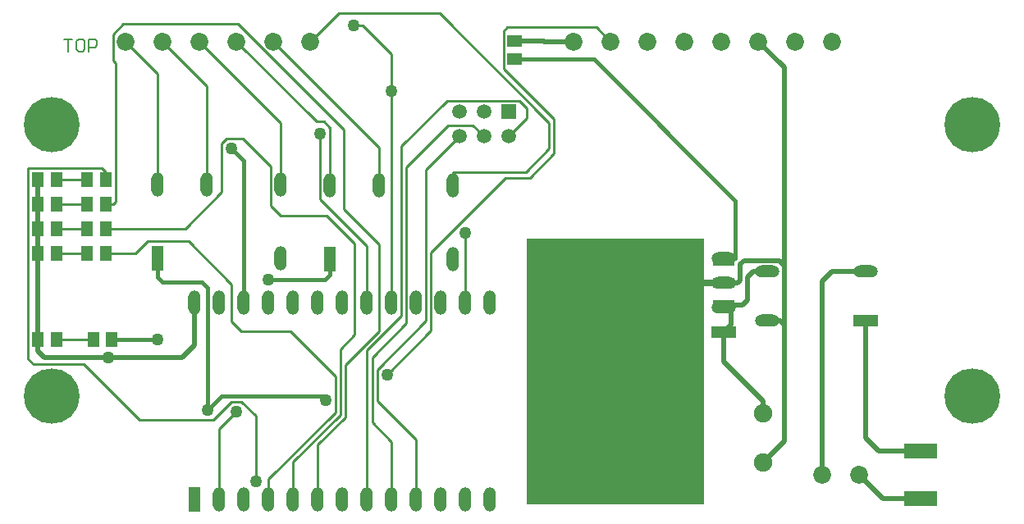
<source format=gtl>
G04 Layer_Physical_Order=1*
G04 Layer_Color=255*
%FSLAX25Y25*%
%MOIN*%
G70*
G01*
G75*
%ADD10R,0.29921X0.22441*%
%ADD11R,0.08661X0.03937*%
%ADD12R,0.05118X0.05906*%
%ADD13R,0.13300X0.05900*%
%ADD14R,0.05906X0.05118*%
%ADD15R,0.10000X0.05000*%
%ADD16O,0.10000X0.05000*%
%ADD17C,0.02500*%
%ADD18C,0.02000*%
%ADD19C,0.01500*%
%ADD20C,0.01000*%
%ADD21C,0.00800*%
%ADD22R,0.72000X1.08000*%
%ADD23C,0.07284*%
%ADD24R,0.05000X0.10000*%
%ADD25O,0.05000X0.10000*%
%ADD26C,0.07500*%
%ADD27R,0.05906X0.05906*%
%ADD28C,0.05906*%
%ADD29C,0.06000*%
%ADD30C,0.05000*%
%ADD31C,0.22500*%
D10*
X249552Y45895D02*
D03*
D11*
X272763Y55051D02*
D03*
Y45995D02*
D03*
Y36940D02*
D03*
D12*
X1692Y87995D02*
D03*
X-5788D02*
D03*
Y22995D02*
D03*
X1692D02*
D03*
X-5788Y57995D02*
D03*
X1692D02*
D03*
X-5788Y67995D02*
D03*
X1692D02*
D03*
X-5788Y77995D02*
D03*
X1692D02*
D03*
X21692Y87995D02*
D03*
X14212D02*
D03*
X21692Y77995D02*
D03*
X14212D02*
D03*
X21692Y67995D02*
D03*
X14212D02*
D03*
X21692Y57995D02*
D03*
X14212D02*
D03*
X24192Y22995D02*
D03*
X16712D02*
D03*
D13*
X352952Y-41605D02*
D03*
Y-22405D02*
D03*
D14*
X187952Y144236D02*
D03*
Y136755D02*
D03*
D15*
X330452Y30495D02*
D03*
X272952Y25995D02*
D03*
D16*
X330452Y50495D02*
D03*
X290452Y30495D02*
D03*
Y50495D02*
D03*
X272952Y35995D02*
D03*
Y45995D02*
D03*
Y55995D02*
D03*
D17*
X254952Y45995D02*
X272952D01*
D18*
X232952Y46094D02*
X251307D01*
X-3048Y15595D02*
X52952D01*
X56457Y36500D02*
X57952Y37995D01*
X275952Y28995D02*
Y35995D01*
X272763Y36940D02*
X280597D01*
X288952Y-7005D02*
Y-1952D01*
X272952Y14048D02*
X288952Y-1952D01*
X272952Y14048D02*
Y25995D01*
X297452Y52995D02*
Y133495D01*
Y28995D02*
Y52995D01*
Y-18505D02*
Y28995D01*
X198751Y46094D02*
X232952D01*
X57952Y20595D02*
Y37995D01*
X52952Y15595D02*
X57952Y20595D01*
X-5788Y18336D02*
X-3048Y15595D01*
X-5788Y18336D02*
Y22995D01*
Y57995D01*
Y67995D01*
Y77995D01*
Y87995D01*
X272952Y45995D02*
X278652D01*
X279652Y46995D01*
Y53495D01*
X281152Y54995D01*
X295452D01*
X297452Y52995D01*
X286952Y143995D02*
X297452Y133495D01*
X290452Y30495D02*
X295952D01*
X297452Y28995D01*
X288952Y-27005D02*
X297452Y-18505D01*
X228952Y42094D02*
X232952Y46094D01*
X228952Y27995D02*
Y42094D01*
X280597Y36940D02*
X282652Y38995D01*
Y48195D01*
X284952Y50495D01*
X290452D01*
X272952Y35995D02*
X275952D01*
X272952Y25995D02*
X275952Y28995D01*
X330452Y-17005D02*
Y30495D01*
Y-17005D02*
X335852Y-22405D01*
X352952D01*
X312952Y-32005D02*
Y46495D01*
X316952Y50495D01*
X330452D01*
X327952Y-32005D02*
X337552Y-41605D01*
X352952D01*
X187952Y144236D02*
X199752D01*
X199992Y143995D01*
X211952D01*
D19*
X277652Y55995D02*
Y79395D01*
X109402Y-155D02*
X111052Y-1805D01*
X68902Y-155D02*
X109402D01*
X63252Y-5805D02*
X68902Y-155D01*
X63252Y-5805D02*
Y43895D01*
X24192Y22995D02*
X42752D01*
X77952Y37995D02*
Y95595D01*
X72952Y100595D02*
X77952Y95595D01*
X44952Y46195D02*
X60952D01*
X42952Y48195D02*
X44952Y46195D01*
X42952Y48195D02*
Y55995D01*
X60952Y46195D02*
X63252Y43895D01*
X112952Y49095D02*
Y55495D01*
X110952Y47095D02*
X112952Y49095D01*
X87752Y47095D02*
X110952D01*
X272952Y55240D02*
Y55995D01*
X272763Y55051D02*
X272952Y55240D01*
Y55995D02*
X277652D01*
X220292Y136755D02*
X277652Y79395D01*
X187952Y136755D02*
X220292D01*
D20*
X112952Y85495D02*
Y109048D01*
X110500Y111500D02*
X112952Y109048D01*
X107448Y111500D02*
X110500D01*
X74952Y143995D02*
X107448Y111500D01*
X203952Y98452D02*
Y112495D01*
X194195Y88695D02*
X203952Y98452D01*
X184252Y88695D02*
X194195D01*
X122500Y150500D02*
X126248D01*
X137952Y138795D01*
X116452Y155495D02*
X157452D01*
X104952Y143995D02*
X116452Y155495D01*
X157452D02*
X201952Y110995D01*
X162952Y90995D02*
X192452D01*
X137952Y123795D02*
Y138795D01*
Y37995D02*
Y123795D01*
X21692Y87995D02*
Y90995D01*
X20192Y92495D02*
X21692Y90995D01*
X-9848Y92495D02*
X20192D01*
X-9848Y14995D02*
Y92495D01*
Y14995D02*
X-7648Y12795D01*
X12752D01*
X35352Y-9805D01*
X65552D01*
X72952Y-2405D01*
X76952D01*
X82752Y-8205D01*
Y-34605D02*
Y-8205D01*
X272763Y36184D02*
Y36940D01*
Y36184D02*
X272952Y35995D01*
X136052Y8695D02*
X153952Y26595D01*
Y58395D01*
X184252Y88695D01*
X183452Y132995D02*
X203952Y112495D01*
X183452Y132995D02*
Y148295D01*
X184952Y149795D01*
X221152D01*
X226952Y143995D01*
X1692Y87995D02*
X14212D01*
X1692Y77995D02*
X14212D01*
X1692Y67995D02*
X14212D01*
X1692Y57995D02*
X14212D01*
X1692Y22995D02*
X16712D01*
X201952Y100495D02*
Y110995D01*
X192452Y90995D02*
X201952Y100495D01*
X162952Y85495D02*
Y90995D01*
X89952Y143995D02*
X132952Y100995D01*
Y85495D02*
Y100995D01*
X59952Y143995D02*
X92952Y110995D01*
Y85995D02*
Y110995D01*
X44952Y143995D02*
X62952Y125995D01*
Y85995D02*
Y125995D01*
X29952Y143995D02*
X42952Y130995D01*
Y85995D02*
Y130995D01*
X127952Y-42005D02*
Y18495D01*
X141952Y32495D01*
Y101595D01*
X160352Y119995D01*
X189952D01*
X192952Y116995D01*
Y112995D02*
Y116995D01*
X185452Y105495D02*
X192952Y112995D01*
X137952Y-42005D02*
Y-18705D01*
X130052Y-10805D02*
X137952Y-18705D01*
X130052Y-10805D02*
Y15595D01*
X143952Y29495D01*
Y92995D01*
X160952Y109995D01*
X170952D01*
X175452Y105495D01*
X147952Y-42005D02*
Y-17905D01*
X132052Y-2005D02*
X147952Y-17905D01*
X132052Y-2005D02*
Y10595D01*
X151952Y30495D01*
Y91995D01*
X165452Y105495D01*
X167952Y37995D02*
Y66195D01*
X127952Y37995D02*
Y60895D01*
X108952Y79895D02*
X127952Y60895D01*
X108952Y79895D02*
Y106495D01*
X21692Y77995D02*
X24752D01*
X25752Y78995D01*
Y135395D01*
X24752Y136395D02*
X25752Y135395D01*
X24752Y136395D02*
Y146995D01*
X28852Y151095D01*
X75452D01*
X118452Y108095D01*
Y75969D02*
Y108095D01*
Y75969D02*
X132752Y61669D01*
Y26195D02*
Y61669D01*
X119052Y12495D02*
X132752Y26195D01*
X119052Y-8705D02*
Y12495D01*
X107952Y-19805D02*
X119052Y-8705D01*
X107952Y-42005D02*
Y-19805D01*
X21692Y67995D02*
X54052D01*
X68952Y82895D01*
Y102695D01*
X70952Y104695D01*
X77352D01*
X88952Y93095D01*
Y77345D02*
Y93095D01*
Y77345D02*
X92952Y73345D01*
X111402D01*
X122952Y61795D01*
Y24895D02*
Y61795D01*
X117052Y18995D02*
X122952Y24895D01*
X117052Y-7805D02*
Y18995D01*
X97952Y-26905D02*
X117052Y-7805D01*
X97952Y-42005D02*
Y-26905D01*
X21692Y57995D02*
X33952D01*
X38952Y62995D01*
X55352D01*
X72952Y45395D01*
Y30195D02*
Y45395D01*
Y30195D02*
X76952Y26195D01*
X96852D01*
X115052Y7995D01*
Y-6805D02*
Y7995D01*
X87952Y-33905D02*
X115052Y-6805D01*
X87952Y-42005D02*
Y-33905D01*
X67952Y-42005D02*
Y-13305D01*
X74852Y-6405D01*
D21*
X4952Y144994D02*
X8285D01*
X6618D01*
Y139995D01*
X12450Y144994D02*
X10784D01*
X9951Y144161D01*
Y140829D01*
X10784Y139995D01*
X12450D01*
X13283Y140829D01*
Y144161D01*
X12450Y144994D01*
X14949Y139995D02*
Y144994D01*
X17448D01*
X18281Y144161D01*
Y142495D01*
X17448Y141662D01*
X14949D01*
D22*
X228952Y9995D02*
D03*
D23*
X241952Y143995D02*
D03*
X226952D02*
D03*
X211952D02*
D03*
X301952D02*
D03*
X286952D02*
D03*
X271952D02*
D03*
X256952D02*
D03*
X316952D02*
D03*
X312952Y-32005D02*
D03*
X327952D02*
D03*
X104952Y143995D02*
D03*
X44952D02*
D03*
X59952D02*
D03*
X74952D02*
D03*
X89952D02*
D03*
X29952D02*
D03*
D24*
X112952Y55495D02*
D03*
X42952Y55995D02*
D03*
X57952Y-42005D02*
D03*
D25*
X132952Y85495D02*
D03*
X162952Y55495D02*
D03*
X112952Y85495D02*
D03*
X162952D02*
D03*
X62952Y85995D02*
D03*
X92952Y55995D02*
D03*
X42952Y85995D02*
D03*
X92952D02*
D03*
X177952Y37995D02*
D03*
X167952D02*
D03*
X157952D02*
D03*
X147952D02*
D03*
X137952D02*
D03*
X127952D02*
D03*
X117952D02*
D03*
X107952D02*
D03*
X97952D02*
D03*
X87952D02*
D03*
X77952D02*
D03*
X67952D02*
D03*
X57952D02*
D03*
X177952Y-42005D02*
D03*
X167952D02*
D03*
X157952D02*
D03*
X147952D02*
D03*
X137952D02*
D03*
X127952D02*
D03*
X117952D02*
D03*
X107952D02*
D03*
X97952D02*
D03*
X87952D02*
D03*
X77952D02*
D03*
X67952D02*
D03*
D26*
X288952Y-27005D02*
D03*
Y-7005D02*
D03*
D27*
X185452Y115495D02*
D03*
D28*
Y105495D02*
D03*
X175452Y115495D02*
D03*
Y105495D02*
D03*
X165452Y115495D02*
D03*
Y105495D02*
D03*
D29*
X240000Y39393D02*
D03*
D30*
X23000Y15500D02*
D03*
X122500Y150500D02*
D03*
X82752Y-34605D02*
D03*
X42752Y22995D02*
D03*
X72952Y100595D02*
D03*
X63252Y-5805D02*
D03*
X111052Y-1805D02*
D03*
X87752Y47095D02*
D03*
X136052Y8695D02*
D03*
X167952Y66195D02*
D03*
X137952Y123795D02*
D03*
X108952Y106495D02*
D03*
X74852Y-6405D02*
D03*
D31*
X0Y110205D02*
D03*
Y0D02*
D03*
X373775D02*
D03*
Y110205D02*
D03*
M02*

</source>
